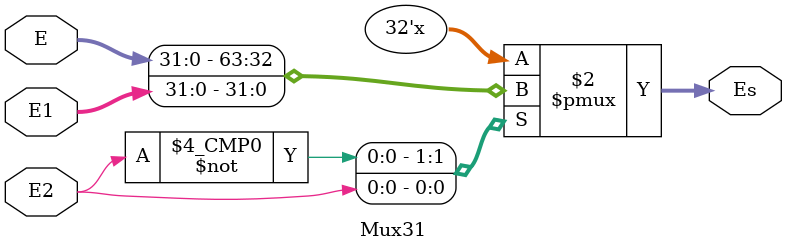
<source format=v>
`timescale 1ns/1ns

module Mux31(
    input [31:0]E,
    input [31:0]E1,
    input E2,
    output reg [31:0]Es
);

always @*
case (E2)
    0:
       Es <= E;
    1:
       Es <= E1;
endcase
endmodule




</source>
